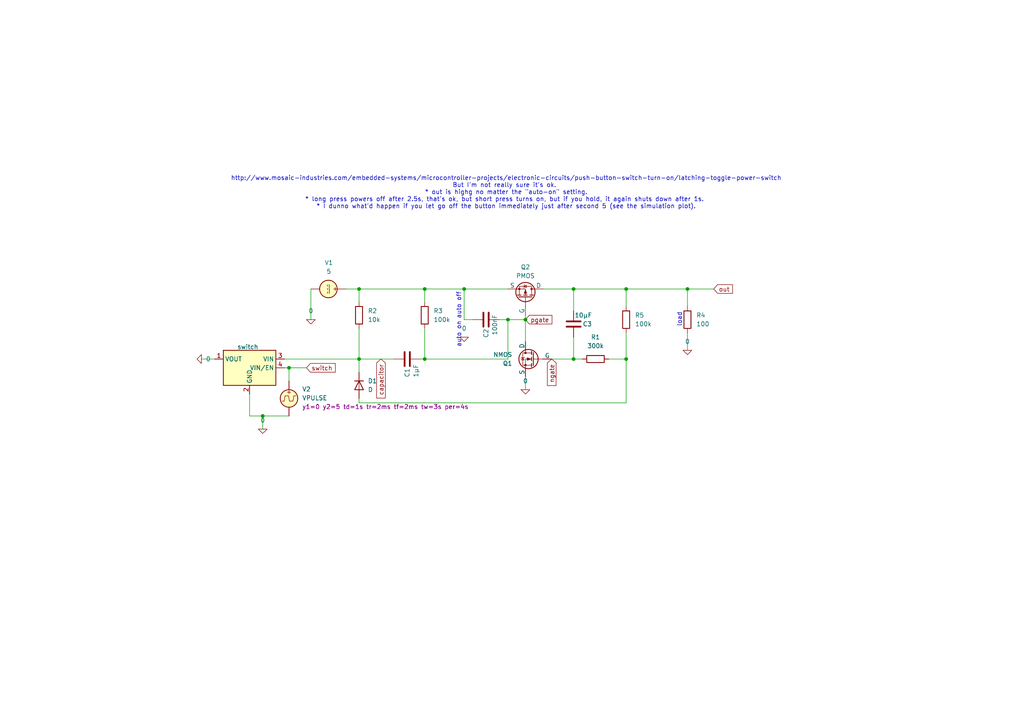
<source format=kicad_sch>
(kicad_sch (version 20230819) (generator eeschema)
  (paper "A4")
  (lib_symbols
    (symbol "Device:C" (pin_numbers hide) (pin_names (offset 0.254))
      (property "Reference" "C" (at 0.635 2.54 0))
      (property "Value" "C" (at 0.635 -2.54 0))
      (symbol "C_0_1"
        (polyline (pts (xy -2.032 -0.762) (xy 2.032 -0.762)) (stroke (width 0.508)))
        (polyline (pts (xy -2.032 0.762) (xy 2.032 0.762)) (stroke (width 0.508)))
      )
      (symbol "C_1_1"
        (pin passive line (at 0 3.81 270) (length 2.794) (name "~") (number "1"))
        (pin passive line (at 0 -3.81 90) (length 2.794) (name "~") (number "2"))
      )
    )
    (symbol "Device:D" (pin_numbers hide) (pin_names (offset 1.016) hide)
      (property "Reference" "D" (at 0 2.54 0))
      (property "Value" "D" (at 0 -2.54 0))
      (symbol "D_0_1"
        (polyline (pts (xy -1.27 1.27) (xy -1.27 -1.27)) (stroke (width 0.254)))
        (polyline (pts (xy 1.27 0) (xy -1.27 0)))
        (polyline (pts (xy 1.27 1.27) (xy 1.27 -1.27) (xy -1.27 0) (xy 1.27 1.27)) (stroke (width 0.254)))
      )
      (symbol "D_1_1"
        (pin passive line (at -3.81 0 0) (length 2.54) (name "K") (number "1"))
        (pin passive line (at 3.81 0 180) (length 2.54) (name "A") (number "2"))
      )
    )
    (symbol "Device:R" (pin_numbers hide) (pin_names (offset 0))
      (property "Reference" "R" (at 2.032 0 90))
      (property "Value" "R" (at 0 0 90))
      (symbol "R_0_1"
        (rectangle (start -1.016 -2.54) (end 1.016 2.54) (stroke (width 0.254)))
      )
      (symbol "R_1_1"
        (pin passive line (at 0 3.81 270) (length 1.27) (name "~") (number "1"))
        (pin passive line (at 0 -3.81 90) (length 1.27) (name "~") (number "2"))
      )
    )
    (symbol "Power_Management:RT9701"
      (property "Reference" "U" (at 0 6.35 0))
      (property "Value" "RT9701" (at 5.08 -6.35 0))
      (symbol "RT9701_0_1"
        (rectangle (start -7.62 5.08) (end 7.62 -5.08) (stroke (width 0.254)) (fill (type background)))
      )
      (symbol "RT9701_1_1"
        (pin power_out line (at 10.16 2.54 180) (length 2.54) (name "VOUT") (number "1"))
        (pin power_in line (at 0 -7.62 90) (length 2.54) (name "GND") (number "2"))
        (pin power_in line (at -10.16 2.54 0) (length 2.54) (name "VIN") (number "3"))
        (pin input line (at -10.16 0 0) (length 2.54) (name "VIN/EN") (number "4"))
        (pin passive line (at 10.16 2.54 180) (length 2.54) hide (name "VOUT") (number "5"))
      )
    )
    (symbol "Simulation_SPICE:0" (power) (pin_names (offset 0))
      (property "Value" "0" (at 0 -1.778 0))
      (symbol "0_0_1"
        (polyline (pts (xy -1.27 0) (xy 0 -1.27) (xy 1.27 0) (xy -1.27 0)))
      )
      (symbol "0_1_1"
        (pin power_in line (at 0 0 0) (length 0) hide (name "0") (number "1"))
      )
    )
    (symbol "Simulation_SPICE:NMOS" (pin_numbers hide) (pin_names (offset 0))
      (property "Reference" "Q" (at 5.08 1.27 0))
      (property "Value" "NMOS" (at 5.08 -1.27 0))
      (symbol "NMOS_0_1"
        (polyline (pts (xy 0.254 0) (xy -2.54 0)))
        (polyline (pts (xy 0.254 1.905) (xy 0.254 -1.905)) (stroke (width 0.254)))
        (polyline (pts (xy 0.762 -1.27) (xy 0.762 -2.286)) (stroke (width 0.254)))
        (polyline (pts (xy 0.762 0.508) (xy 0.762 -0.508)) (stroke (width 0.254)))
        (polyline (pts (xy 0.762 2.286) (xy 0.762 1.27)) (stroke (width 0.254)))
        (polyline (pts (xy 2.54 2.54) (xy 2.54 1.778)))
        (polyline (pts (xy 2.54 -2.54) (xy 2.54 0) (xy 0.762 0)))
        (polyline (pts (xy 0.762 -1.778) (xy 3.302 -1.778) (xy 3.302 1.778) (xy 0.762 1.778)))
        (polyline (pts (xy 1.016 0) (xy 2.032 0.381) (xy 2.032 -0.381) (xy 1.016 0)) (fill (type outline)))
        (polyline (pts (xy 2.794 0.508) (xy 2.921 0.381) (xy 3.683 0.381) (xy 3.81 0.254)))
        (polyline (pts (xy 3.302 0.381) (xy 2.921 -0.254) (xy 3.683 -0.254) (xy 3.302 0.381)))
        (circle (center 1.651 0) (radius 2.794) (stroke (width 0.254)))
        (circle (center 2.54 -1.778) (radius 0.254) (fill (type outline)))
        (circle (center 2.54 1.778) (radius 0.254) (fill (type outline)))
      )
      (symbol "NMOS_1_1"
        (pin passive line (at 2.54 5.08 270) (length 2.54) (name "D") (number "1"))
        (pin input line (at -5.08 0 0) (length 2.54) (name "G") (number "2"))
        (pin passive line (at 2.54 -5.08 90) (length 2.54) (name "S") (number "3"))
      )
    )
    (symbol "Simulation_SPICE:PMOS" (pin_numbers hide) (pin_names (offset 0))
      (property "Reference" "Q" (at 5.08 1.27 0))
      (property "Value" "PMOS" (at 5.08 -1.27 0))
      (symbol "PMOS_0_1"
        (polyline (pts (xy 0.254 0) (xy -2.54 0)))
        (polyline (pts (xy 0.254 1.905) (xy 0.254 -1.905)) (stroke (width 0.254)))
        (polyline (pts (xy 0.762 -1.27) (xy 0.762 -2.286)) (stroke (width 0.254)))
        (polyline (pts (xy 0.762 0.508) (xy 0.762 -0.508)) (stroke (width 0.254)))
        (polyline (pts (xy 0.762 2.286) (xy 0.762 1.27)) (stroke (width 0.254)))
        (polyline (pts (xy 2.54 2.54) (xy 2.54 1.778)))
        (polyline (pts (xy 2.54 -2.54) (xy 2.54 0) (xy 0.762 0)))
        (polyline (pts (xy 0.762 1.778) (xy 3.302 1.778) (xy 3.302 -1.778) (xy 0.762 -1.778)))
        (polyline (pts (xy 2.286 0) (xy 1.27 0.381) (xy 1.27 -0.381) (xy 2.286 0)) (fill (type outline)))
        (polyline (pts (xy 2.794 -0.508) (xy 2.921 -0.381) (xy 3.683 -0.381) (xy 3.81 -0.254)))
        (polyline (pts (xy 3.302 -0.381) (xy 2.921 0.254) (xy 3.683 0.254) (xy 3.302 -0.381)))
        (circle (center 1.651 0) (radius 2.794) (stroke (width 0.254)))
        (circle (center 2.54 -1.778) (radius 0.254) (fill (type outline)))
        (circle (center 2.54 1.778) (radius 0.254) (fill (type outline)))
      )
      (symbol "PMOS_1_1"
        (pin passive line (at 2.54 5.08 270) (length 2.54) (name "D") (number "1"))
        (pin input line (at -5.08 0 0) (length 2.54) (name "G") (number "2"))
        (pin passive line (at 2.54 -5.08 90) (length 2.54) (name "S") (number "3"))
      )
    )
    (symbol "Simulation_SPICE:VDC" (pin_numbers hide) (pin_names (offset 0.0254))
      (property "Reference" "V" (at 2.54 2.54 0))
      (property "Value" "1" (at 2.54 0 0))
      (symbol "VDC_0_0"
        (polyline (pts (xy -1.27 0.254) (xy 1.27 0.254)))
        (polyline (pts (xy -0.762 -0.254) (xy -1.27 -0.254)))
        (polyline (pts (xy 0.254 -0.254) (xy -0.254 -0.254)))
        (polyline (pts (xy 1.27 -0.254) (xy 0.762 -0.254)))
        (text "+" (at 0 1.905 0) (effects (font (size 1.27 1.27))))
      )
      (symbol "VDC_0_1"
        (circle (center 0 0) (radius 2.54) (stroke (width 0.254)) (fill (type background)))
      )
      (symbol "VDC_1_1"
        (pin passive line (at 0 5.08 270) (length 2.54) (name "~") (number "1"))
        (pin passive line (at 0 -5.08 90) (length 2.54) (name "~") (number "2"))
      )
    )
    (symbol "Simulation_SPICE:VPULSE" (pin_numbers hide) (pin_names (offset 0.0254))
      (property "Reference" "V" (at 2.54 2.54 0))
      (property "Value" "VPULSE" (at 2.54 0 0))
      (property "Sim.Params" "y1=0 y2=1 td=2n tr=2n tf=2n tw=50n per=100n" (at 2.54 -2.54 0))
      (symbol "VPULSE_0_0"
        (polyline (pts (xy -2.032 -0.762) (xy -1.397 -0.762) (xy -1.143 0.762) (xy -0.127 0.762) (xy 0.127 -0.762) (xy 1.143 -0.762) (xy 1.397 0.762) (xy 2.032 0.762)))
        (text "+" (at 0 1.905 0) (effects (font (size 1.27 1.27))))
      )
      (symbol "VPULSE_0_1"
        (circle (center 0 0) (radius 2.54) (stroke (width 0.254)) (fill (type background)))
      )
      (symbol "VPULSE_1_1"
        (pin passive line (at 0 5.08 270) (length 2.54) (name "~") (number "1"))
        (pin passive line (at 0 -5.08 90) (length 2.54) (name "~") (number "2"))
      )
    )
  )
  (junction (at 104.14 83.82))
  (junction (at 123.19 83.82))
  (junction (at 76.2 120.65))
  (junction (at 123.19 104.14))
  (junction (at 166.37 104.14))
  (junction (at 104.14 104.14))
  (junction (at 134.62 83.82))
  (junction (at 181.61 83.82))
  (junction (at 83.82 106.68))
  (junction (at 199.39 83.82))
  (junction (at 152.4 92.71))
  (junction (at 181.61 104.14))
  (junction (at 166.37 83.82))
  (junction (at 147.32 92.71))
  (wire (pts (xy 152.4 92.71) (xy 152.4 99.06)))
  (wire (pts (xy 152.4 91.44) (xy 152.4 92.71)))
  (wire (pts (xy 90.17 83.82) (xy 90.17 92.71)))
  (wire (pts (xy 166.37 104.14) (xy 168.91 104.14)))
  (wire (pts (xy 121.92 104.14) (xy 123.19 104.14)))
  (wire (pts (xy 100.33 83.82) (xy 104.14 83.82)))
  (wire (pts (xy 157.48 83.82) (xy 166.37 83.82)))
  (wire (pts (xy 176.53 104.14) (xy 181.61 104.14)))
  (wire (pts (xy 181.61 83.82) (xy 199.39 83.82)))
  (wire (pts (xy 76.2 120.65) (xy 76.2 124.46)))
  (wire (pts (xy 83.82 120.65) (xy 76.2 120.65)))
  (wire (pts (xy 72.39 120.65) (xy 76.2 120.65)))
  (wire (pts (xy 181.61 88.9) (xy 181.61 83.82)))
  (wire (pts (xy 199.39 83.82) (xy 207.01 83.82)))
  (wire (pts (xy 181.61 96.52) (xy 181.61 104.14)))
  (wire (pts (xy 123.19 83.82) (xy 123.19 87.63)))
  (wire (pts (xy 104.14 116.84) (xy 104.14 115.57)))
  (wire (pts (xy 166.37 90.17) (xy 166.37 83.82)))
  (wire (pts (xy 147.32 92.71) (xy 144.78 92.71)))
  (wire (pts (xy 199.39 101.6) (xy 199.39 96.52)))
  (wire (pts (xy 181.61 116.84) (xy 181.61 104.14)))
  (wire (pts (xy 152.4 113.03) (xy 152.4 109.22)))
  (wire (pts (xy 82.55 104.14) (xy 104.14 104.14)))
  (wire (pts (xy 134.62 83.82) (xy 134.62 92.71)))
  (wire (pts (xy 134.62 83.82) (xy 147.32 83.82)))
  (wire (pts (xy 166.37 97.79) (xy 166.37 104.14)))
  (wire (pts (xy 123.19 104.14) (xy 147.32 104.14)))
  (wire (pts (xy 104.14 83.82) (xy 123.19 83.82)))
  (wire (pts (xy 160.02 104.14) (xy 166.37 104.14)))
  (wire (pts (xy 83.82 106.68) (xy 88.9 106.68)))
  (wire (pts (xy 104.14 83.82) (xy 104.14 87.63)))
  (wire (pts (xy 147.32 104.14) (xy 147.32 92.71)))
  (wire (pts (xy 72.39 114.3) (xy 72.39 120.65)))
  (wire (pts (xy 104.14 116.84) (xy 181.61 116.84)))
  (wire (pts (xy 58.42 104.14) (xy 62.23 104.14)))
  (wire (pts (xy 152.4 92.71) (xy 147.32 92.71)))
  (wire (pts (xy 166.37 83.82) (xy 181.61 83.82)))
  (wire (pts (xy 134.62 92.71) (xy 137.16 92.71)))
  (wire (pts (xy 82.55 106.68) (xy 83.82 106.68)))
  (wire (pts (xy 123.19 83.82) (xy 134.62 83.82)))
  (wire (pts (xy 104.14 104.14) (xy 104.14 107.95)))
  (wire (pts (xy 104.14 95.25) (xy 104.14 104.14)))
  (wire (pts (xy 199.39 83.82) (xy 199.39 88.9)))
  (wire (pts (xy 123.19 104.14) (xy 123.19 95.25)))
  (wire (pts (xy 83.82 106.68) (xy 83.82 110.49)))
  (wire (pts (xy 104.14 104.14) (xy 114.3 104.14)))
  (text "http://www.mosaic-industries.com/embedded-systems/microcontroller-projects/electronic-circuits/push-button-switch-turn-on/latching-toggle-power-switch\nBut I'm not really sure it's ok. \n* out is highg no matter the \"auto-on\" setting.\n* long press powers off after 2.5s, that's ok, but short press turns on, but if you hold, it again shuts down after 1s. \n* I dunno what'd happen if you let go off the button immediately just after second 5 (see the simulation plot)." (at 146.812 55.88 0) (effects (font (size 1.27 1.27))))
  (text "auto off" (at 133.096 88.646 90) (effects (font (size 1.27 1.27))))
  (text "auto on" (at 133.096 97.028 90) (effects (font (size 1.27 1.27))))
  (text "load" (at 197.104 92.71 90) (effects (font (size 1.27 1.27))))
  (global_label "pgate" (shape input) (at 152.4 92.71 0) (property "Intersheetrefs" "${INTERSHEET_REFS}" (effects hide)))
  (global_label "out" (shape input) (at 207.01 83.82 0) (property "Intersheetrefs" "${INTERSHEET_REFS}" (effects hide)))
  (global_label "ngate" (shape input) (at 160.02 104.14 270) (property "Intersheetrefs" "${INTERSHEET_REFS}" (effects hide)))
  (global_label "capacitor" (shape input) (at 110.49 104.14 270) (property "Intersheetrefs" "${INTERSHEET_REFS}" (effects hide)))
  (global_label "switch" (shape input) (at 88.9 106.68 0) (property "Intersheetrefs" "${INTERSHEET_REFS}" (effects hide)))
  (symbol (lib_id "Simulation_SPICE:NMOS") (at 154.94 104.14 0) (mirror y) (unit 1)
    (property "Reference" "Q1" (at 148.59 105.4101 0) (effects (justify left)))
    (property "Value" "NMOS" (at 148.59 102.8701 0) (effects (justify left)))
    (property "Datasheet" "https://ngspice.sourceforge.io/docs/ngspice-manual.pdf" (effects hide))
    (property "Description" "N-MOSFET transistor, drain/source/gate" (effects hide))
    (property "Sim.Device" "NMOS" (effects hide))
    (property "Sim.Type" "VDMOS" (effects hide))
    (property "Sim.Pins" "1=D 2=G 3=S" (effects hide))
  )
  (symbol (lib_id "Device:R") (at 181.61 92.71 0) (unit 1)
    (property "Reference" "R5" (at 184.15 91.4399 0) (effects (justify left)))
    (property "Value" "100k" (at 184.15 93.9799 0) (effects (justify left)))
    (property "Description" "Resistor" (effects hide))
  )
  (symbol (lib_id "Simulation_SPICE:0") (at 90.17 92.71 0) (unit 1)
    (property "Reference" "#GND01" (effects hide))
    (property "Value" "0" (at 90.17 90.17 0))
    (property "Description" "0V reference potential for simulation" (effects hide))
  )
  (symbol (lib_id "Device:R") (at 123.19 91.44 0) (unit 1)
    (property "Reference" "R3" (at 125.73 90.1699 0) (effects (justify left)))
    (property "Value" "100k" (at 125.73 92.7099 0) (effects (justify left)))
    (property "Description" "Resistor" (effects hide))
  )
  (symbol (lib_id "Simulation_SPICE:VDC") (at 95.25 83.82 270) (unit 1)
    (property "Reference" "V1" (at 95.3798 76.2 90))
    (property "Value" "5" (at 95.3798 78.74 90))
    (property "Description" "Voltage source, DC" (effects hide))
    (property "Sim.Pins" "1=+ 2=-" (effects hide))
    (property "Sim.Type" "DC" (effects hide))
    (property "Sim.Device" "V" (effects hide))
  )
  (symbol (lib_id "Simulation_SPICE:0") (at 199.39 101.6 0) (unit 1)
    (property "Reference" "#GND03" (effects hide))
    (property "Value" "0" (at 199.39 99.06 0))
    (property "Description" "0V reference potential for simulation" (effects hide))
  )
  (symbol (lib_id "Device:R") (at 199.39 92.71 0) (unit 1)
    (property "Reference" "R4" (at 201.93 91.4399 0) (effects (justify left)))
    (property "Value" "100" (at 201.93 93.9799 0) (effects (justify left)))
    (property "Description" "Resistor" (effects hide))
  )
  (symbol (lib_id "Simulation_SPICE:0") (at 134.62 97.79 0) (unit 1)
    (property "Reference" "#GND07" (effects hide))
    (property "Value" "0" (at 134.62 95.25 0))
    (property "Description" "0V reference potential for simulation" (effects hide))
  )
  (symbol (lib_id "Device:C") (at 140.97 92.71 90) (unit 1)
    (property "Reference" "C2" (at 140.97 98.044 0) (effects (justify left)))
    (property "Value" "100nF" (at 143.51 97.282 0) (effects (justify left)))
    (property "Description" "Unpolarized capacitor" (effects hide))
  )
  (symbol (lib_id "Simulation_SPICE:0") (at 76.2 124.46 0) (unit 1)
    (property "Reference" "#GND04" (effects hide))
    (property "Value" "0" (at 76.2 121.92 0))
    (property "Description" "0V reference potential for simulation" (effects hide))
  )
  (symbol (lib_id "Device:D") (at 104.14 111.76 270) (unit 1)
    (property "Reference" "D1" (at 106.68 110.4899 90) (effects (justify left)))
    (property "Value" "D" (at 106.68 113.0299 90) (effects (justify left)))
    (property "Description" "Diode" (effects hide))
    (property "Sim.Device" "D" (effects hide))
    (property "Sim.Pins" "1=K 2=A" (effects hide))
    (property "Sim.Params" "vj=0.5" (effects hide))
  )
  (symbol (lib_id "Device:R") (at 172.72 104.14 90) (unit 1)
    (property "Reference" "R1" (at 172.72 97.79 90))
    (property "Value" "300k" (at 172.72 100.33 90))
    (property "Description" "Resistor" (effects hide))
  )
  (symbol (lib_id "Simulation_SPICE:0") (at 152.4 113.03 0) (unit 1)
    (property "Reference" "#GND02" (effects hide))
    (property "Value" "0" (at 152.4 110.49 0))
    (property "Description" "0V reference potential for simulation" (effects hide))
  )
  (symbol (lib_id "Power_Management:RT9701") (at 72.39 106.68 0) (mirror y) (unit 1)
    (property "Reference" "U1" (effects hide))
    (property "Value" "switch" (at 71.882 100.584 0))
    (property "Sim.Device" "SW" (effects hide))
    (property "Sim.Type" "V" (effects hide))
    (property "Sim.Pins" "1=no- 2=ctrl- 3=no+ 4=ctrl+" (effects hide))
    (property "Sim.Params" "thr=1 his=0 ron=1 roff=1e+12 ic=off" (effects hide))
  )
  (symbol (lib_id "Device:C") (at 166.37 93.98 180) (unit 1)
    (property "Reference" "C3" (at 171.704 93.98 0) (effects (justify left)))
    (property "Value" "10µF" (at 171.704 91.44 0) (effects (justify left)))
    (property "Description" "Unpolarized capacitor" (effects hide))
  )
  (symbol (lib_id "Device:C") (at 118.11 104.14 90) (unit 1)
    (property "Reference" "C1" (at 118.11 109.474 0) (effects (justify left)))
    (property "Value" "1µF" (at 120.65 109.474 0) (effects (justify left)))
    (property "Description" "Unpolarized capacitor" (effects hide))
  )
  (symbol (lib_id "Simulation_SPICE:0") (at 58.42 104.14 270) (unit 1)
    (property "Reference" "#GND06" (effects hide))
    (property "Value" "0" (at 59.69 104.1399 90) (effects (justify left)))
    (property "Description" "0V reference potential for simulation" (effects hide))
  )
  (symbol (lib_id "Device:R") (at 104.14 91.44 0) (unit 1)
    (property "Reference" "R2" (at 106.68 90.1699 0) (effects (justify left)))
    (property "Value" "10k" (at 106.68 92.7099 0) (effects (justify left)))
    (property "Description" "Resistor" (effects hide))
  )
  (symbol (lib_id "Simulation_SPICE:VPULSE") (at 83.82 115.57 0) (unit 1)
    (property "Reference" "V2" (at 87.63 112.9001 0) (effects (justify left)))
    (property "Value" "VPULSE" (at 87.63 115.4401 0) (effects (justify left)))
    (property "Description" "Voltage source, pulse" (effects hide))
    (property "Sim.Pins" "1=+ 2=-" (effects hide))
    (property "Sim.Type" "PULSE" (effects hide))
    (property "Sim.Device" "V" (effects hide))
    (property "Sim.Params" "y1=0 y2=5 td=1s tr=2ms tf=2ms tw=3s per=4s" (at 87.63 117.9801 0) (effects (justify left)))
  )
  (symbol (lib_id "Simulation_SPICE:PMOS") (at 152.4 86.36 270) (mirror x) (unit 1)
    (property "Reference" "Q2" (at 152.4 77.47 90))
    (property "Value" "PMOS" (at 152.4 80.01 90))
    (property "Datasheet" "https://ngspice.sourceforge.io/docs/ngspice-manual.pdf" (effects hide))
    (property "Description" "P-MOSFET transistor, drain/source/gate" (effects hide))
    (property "Sim.Device" "PMOS" (effects hide))
    (property "Sim.Type" "VDMOS" (effects hide))
    (property "Sim.Pins" "1=D 2=G 3=S" (effects hide))
  )
)
</source>
